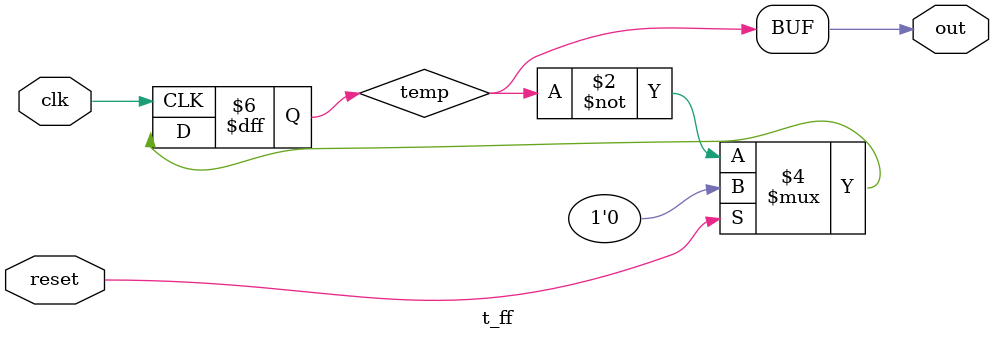
<source format=v>
module t_ff(reset,out,clk);
input  reset, clk;
output out;

reg temp;

always @ (posedge clk) begin
	if (reset)
		temp <= 1'b0;
	else
		temp <= ~temp;
end

assign out = temp;

endmodule
</source>
